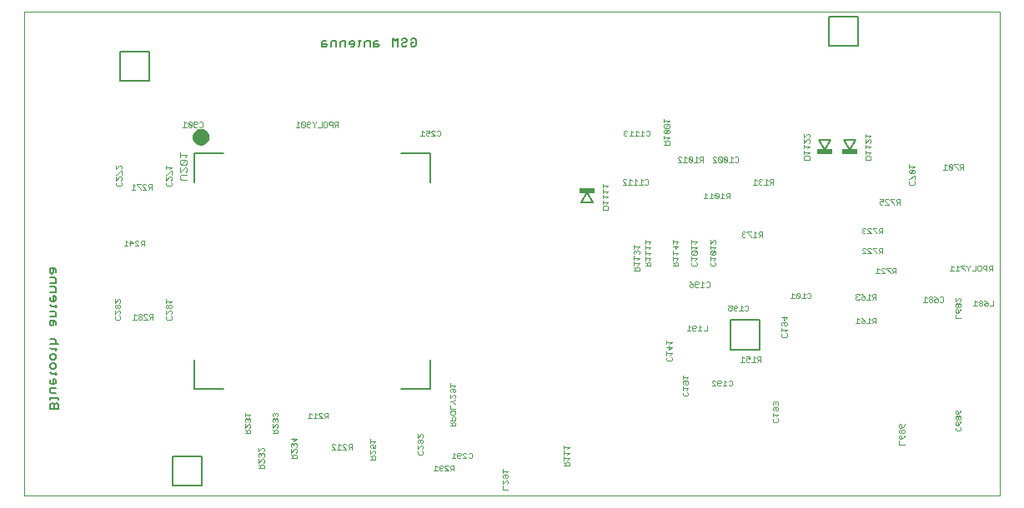
<source format=gbo>
G75*
%MOIN*%
%OFA0B0*%
%FSLAX25Y25*%
%IPPOS*%
%LPD*%
%AMOC8*
5,1,8,0,0,1.08239X$1,22.5*
%
%ADD10C,0.00000*%
%ADD11C,0.00800*%
%ADD12C,0.00200*%
%ADD13R,0.06200X0.02400*%
%ADD14C,0.03200*%
%ADD15C,0.00300*%
%ADD16C,0.00500*%
D10*
X0022595Y0009348D02*
X0412516Y0009348D01*
X0412516Y0203167D01*
X0022595Y0203167D01*
X0022595Y0009348D01*
D11*
X0032995Y0044248D02*
X0032995Y0045849D01*
X0033529Y0046383D01*
X0034063Y0046383D01*
X0034597Y0045849D01*
X0034597Y0044248D01*
X0036198Y0044248D02*
X0032995Y0044248D01*
X0034597Y0045849D02*
X0035130Y0046383D01*
X0035664Y0046383D01*
X0036198Y0045849D01*
X0036198Y0044248D01*
X0036198Y0047931D02*
X0036198Y0048465D01*
X0032995Y0048465D01*
X0032995Y0047931D02*
X0032995Y0048999D01*
X0033529Y0050387D02*
X0032995Y0050920D01*
X0032995Y0052522D01*
X0035130Y0052522D01*
X0034597Y0054070D02*
X0035130Y0054604D01*
X0035130Y0055671D01*
X0034597Y0056205D01*
X0034063Y0056205D01*
X0034063Y0054070D01*
X0033529Y0054070D02*
X0034597Y0054070D01*
X0033529Y0054070D02*
X0032995Y0054604D01*
X0032995Y0055671D01*
X0033529Y0058287D02*
X0032995Y0058820D01*
X0033529Y0058287D02*
X0035664Y0058287D01*
X0035130Y0058820D02*
X0035130Y0057753D01*
X0034597Y0060208D02*
X0033529Y0060208D01*
X0032995Y0060742D01*
X0032995Y0061810D01*
X0033529Y0062343D01*
X0034597Y0062343D01*
X0035130Y0061810D01*
X0035130Y0060742D01*
X0034597Y0060208D01*
X0034597Y0063891D02*
X0033529Y0063891D01*
X0032995Y0064425D01*
X0032995Y0065493D01*
X0033529Y0066027D01*
X0034597Y0066027D01*
X0035130Y0065493D01*
X0035130Y0064425D01*
X0034597Y0063891D01*
X0035130Y0067575D02*
X0035130Y0068642D01*
X0035664Y0068108D02*
X0033529Y0068108D01*
X0032995Y0068642D01*
X0032995Y0070030D02*
X0036198Y0070030D01*
X0035130Y0070564D02*
X0035130Y0071631D01*
X0034597Y0072165D01*
X0032995Y0072165D01*
X0035130Y0070564D02*
X0034597Y0070030D01*
X0033529Y0077396D02*
X0034063Y0077930D01*
X0034063Y0079531D01*
X0034597Y0079531D02*
X0032995Y0079531D01*
X0032995Y0077930D01*
X0033529Y0077396D01*
X0035130Y0077930D02*
X0035130Y0078998D01*
X0034597Y0079531D01*
X0035130Y0081079D02*
X0035130Y0082681D01*
X0034597Y0083215D01*
X0032995Y0083215D01*
X0032995Y0081079D02*
X0035130Y0081079D01*
X0035130Y0084763D02*
X0035130Y0085830D01*
X0035664Y0085296D02*
X0033529Y0085296D01*
X0032995Y0085830D01*
X0033529Y0087218D02*
X0034597Y0087218D01*
X0035130Y0087752D01*
X0035130Y0088819D01*
X0034597Y0089353D01*
X0034063Y0089353D01*
X0034063Y0087218D01*
X0033529Y0087218D02*
X0032995Y0087752D01*
X0032995Y0088819D01*
X0032995Y0090901D02*
X0035130Y0090901D01*
X0035130Y0092503D01*
X0034597Y0093036D01*
X0032995Y0093036D01*
X0032995Y0094584D02*
X0035130Y0094584D01*
X0035130Y0096186D01*
X0034597Y0096719D01*
X0032995Y0096719D01*
X0033529Y0098267D02*
X0034063Y0098801D01*
X0034063Y0100403D01*
X0034597Y0100403D02*
X0032995Y0100403D01*
X0032995Y0098801D01*
X0033529Y0098267D01*
X0035130Y0098801D02*
X0035130Y0099869D01*
X0034597Y0100403D01*
X0090351Y0134781D02*
X0090351Y0146592D01*
X0102162Y0146592D01*
X0173028Y0146592D02*
X0184839Y0146592D01*
X0184839Y0134781D01*
X0245233Y0126880D02*
X0249957Y0126880D01*
X0247595Y0130817D01*
X0245233Y0126880D01*
X0340233Y0151817D02*
X0344957Y0151817D01*
X0342595Y0147880D01*
X0340233Y0151817D01*
X0350233Y0151817D02*
X0352595Y0147880D01*
X0354957Y0151817D01*
X0350233Y0151817D01*
X0184839Y0063915D02*
X0184839Y0052104D01*
X0173028Y0052104D01*
X0102162Y0052104D02*
X0090351Y0052104D01*
X0090351Y0063915D01*
X0035130Y0050387D02*
X0033529Y0050387D01*
X0141456Y0189248D02*
X0143058Y0189248D01*
X0143591Y0189782D01*
X0143058Y0190316D01*
X0141456Y0190316D01*
X0141456Y0190849D02*
X0141456Y0189248D01*
X0141456Y0190849D02*
X0141990Y0191383D01*
X0143058Y0191383D01*
X0145139Y0190849D02*
X0145139Y0189248D01*
X0145139Y0190849D02*
X0145673Y0191383D01*
X0147275Y0191383D01*
X0147275Y0189248D01*
X0148823Y0189248D02*
X0148823Y0190849D01*
X0149356Y0191383D01*
X0150958Y0191383D01*
X0150958Y0189248D01*
X0152506Y0190316D02*
X0154641Y0190316D01*
X0154641Y0190849D02*
X0154641Y0189782D01*
X0154107Y0189248D01*
X0153039Y0189248D01*
X0152506Y0190316D02*
X0152506Y0190849D01*
X0153039Y0191383D01*
X0154107Y0191383D01*
X0154641Y0190849D01*
X0156029Y0191383D02*
X0157096Y0191383D01*
X0156562Y0191917D02*
X0156562Y0189782D01*
X0156029Y0189248D01*
X0158644Y0189248D02*
X0158644Y0190849D01*
X0159178Y0191383D01*
X0160779Y0191383D01*
X0160779Y0189248D01*
X0162327Y0189248D02*
X0163929Y0189248D01*
X0164463Y0189782D01*
X0163929Y0190316D01*
X0162327Y0190316D01*
X0162327Y0190849D02*
X0162327Y0189248D01*
X0162327Y0190849D02*
X0162861Y0191383D01*
X0163929Y0191383D01*
X0169694Y0192451D02*
X0169694Y0189248D01*
X0171829Y0189248D02*
X0171829Y0192451D01*
X0170761Y0191383D01*
X0169694Y0192451D01*
X0173377Y0191917D02*
X0173911Y0192451D01*
X0174978Y0192451D01*
X0175512Y0191917D01*
X0175512Y0191383D01*
X0174978Y0190849D01*
X0173911Y0190849D01*
X0173377Y0190316D01*
X0173377Y0189782D01*
X0173911Y0189248D01*
X0174978Y0189248D01*
X0175512Y0189782D01*
X0177060Y0189782D02*
X0177060Y0190849D01*
X0178128Y0190849D01*
X0179195Y0189782D02*
X0179195Y0191917D01*
X0178661Y0192451D01*
X0177594Y0192451D01*
X0177060Y0191917D01*
X0177060Y0189782D02*
X0177594Y0189248D01*
X0178661Y0189248D01*
X0179195Y0189782D01*
D12*
X0147995Y0159150D02*
X0146894Y0159150D01*
X0146527Y0158783D01*
X0146527Y0158049D01*
X0146894Y0157682D01*
X0147995Y0157682D01*
X0147261Y0157682D02*
X0146527Y0156948D01*
X0145785Y0156948D02*
X0145785Y0159150D01*
X0144684Y0159150D01*
X0144317Y0158783D01*
X0144317Y0158049D01*
X0144684Y0157682D01*
X0145785Y0157682D01*
X0143575Y0157315D02*
X0143208Y0156948D01*
X0142474Y0156948D01*
X0142107Y0157315D01*
X0142107Y0158783D01*
X0142474Y0159150D01*
X0143208Y0159150D01*
X0143575Y0158783D01*
X0143575Y0157315D01*
X0141366Y0156948D02*
X0141366Y0159150D01*
X0141366Y0156948D02*
X0139898Y0156948D01*
X0138422Y0156948D02*
X0138422Y0158049D01*
X0137688Y0158783D01*
X0137688Y0159150D01*
X0136946Y0158783D02*
X0136946Y0158416D01*
X0136579Y0158049D01*
X0135478Y0158049D01*
X0135478Y0158783D02*
X0135845Y0159150D01*
X0136579Y0159150D01*
X0136946Y0158783D01*
X0136946Y0157315D02*
X0136579Y0156948D01*
X0135845Y0156948D01*
X0135478Y0157315D01*
X0135478Y0158783D01*
X0134736Y0158783D02*
X0134369Y0159150D01*
X0133635Y0159150D01*
X0133268Y0158783D01*
X0134736Y0157315D01*
X0134369Y0156948D01*
X0133635Y0156948D01*
X0133268Y0157315D01*
X0133268Y0158783D01*
X0132526Y0158416D02*
X0131792Y0159150D01*
X0131792Y0156948D01*
X0132526Y0156948D02*
X0131058Y0156948D01*
X0134736Y0157315D02*
X0134736Y0158783D01*
X0138422Y0158049D02*
X0139156Y0158783D01*
X0139156Y0159150D01*
X0147995Y0159150D02*
X0147995Y0156948D01*
X0180898Y0153448D02*
X0182366Y0153448D01*
X0181632Y0153448D02*
X0181632Y0155650D01*
X0182366Y0154916D01*
X0183107Y0154549D02*
X0183107Y0153815D01*
X0183474Y0153448D01*
X0184208Y0153448D01*
X0184575Y0153815D01*
X0184575Y0154549D02*
X0183841Y0154916D01*
X0183474Y0154916D01*
X0183107Y0154549D01*
X0183107Y0155650D02*
X0184575Y0155650D01*
X0184575Y0154549D01*
X0185317Y0154916D02*
X0185317Y0155283D01*
X0185684Y0155650D01*
X0186418Y0155650D01*
X0186785Y0155283D01*
X0187527Y0155283D02*
X0187894Y0155650D01*
X0188628Y0155650D01*
X0188995Y0155283D01*
X0188995Y0153815D01*
X0188628Y0153448D01*
X0187894Y0153448D01*
X0187527Y0153815D01*
X0186785Y0153448D02*
X0185317Y0154916D01*
X0185317Y0153448D02*
X0186785Y0153448D01*
X0253695Y0134255D02*
X0253695Y0132788D01*
X0253695Y0133522D02*
X0255897Y0133522D01*
X0255163Y0132788D01*
X0253695Y0132046D02*
X0253695Y0130578D01*
X0253695Y0131312D02*
X0255897Y0131312D01*
X0255163Y0130578D01*
X0253695Y0129836D02*
X0253695Y0128368D01*
X0253695Y0129102D02*
X0255897Y0129102D01*
X0255163Y0128368D01*
X0253695Y0127626D02*
X0253695Y0126158D01*
X0253695Y0126892D02*
X0255897Y0126892D01*
X0255163Y0126158D01*
X0255530Y0125416D02*
X0255897Y0125049D01*
X0255897Y0123948D01*
X0253695Y0123948D01*
X0253695Y0125049D01*
X0254062Y0125416D01*
X0255530Y0125416D01*
X0261688Y0133948D02*
X0263156Y0133948D01*
X0261688Y0135416D01*
X0261688Y0135783D01*
X0262055Y0136150D01*
X0262789Y0136150D01*
X0263156Y0135783D01*
X0264632Y0136150D02*
X0264632Y0133948D01*
X0265366Y0133948D02*
X0263898Y0133948D01*
X0265366Y0135416D02*
X0264632Y0136150D01*
X0266841Y0136150D02*
X0266841Y0133948D01*
X0267575Y0133948D02*
X0266107Y0133948D01*
X0267575Y0135416D02*
X0266841Y0136150D01*
X0269051Y0136150D02*
X0269051Y0133948D01*
X0269785Y0133948D02*
X0268317Y0133948D01*
X0269785Y0135416D02*
X0269051Y0136150D01*
X0270527Y0135783D02*
X0270894Y0136150D01*
X0271628Y0136150D01*
X0271995Y0135783D01*
X0271995Y0134315D01*
X0271628Y0133948D01*
X0270894Y0133948D01*
X0270527Y0134315D01*
X0283688Y0142948D02*
X0285156Y0142948D01*
X0283688Y0144416D01*
X0283688Y0144783D01*
X0284055Y0145150D01*
X0284789Y0145150D01*
X0285156Y0144783D01*
X0286632Y0145150D02*
X0286632Y0142948D01*
X0287366Y0142948D02*
X0285898Y0142948D01*
X0287366Y0144416D02*
X0286632Y0145150D01*
X0288107Y0144783D02*
X0289575Y0143315D01*
X0289208Y0142948D01*
X0288474Y0142948D01*
X0288107Y0143315D01*
X0288107Y0144783D01*
X0288474Y0145150D01*
X0289208Y0145150D01*
X0289575Y0144783D01*
X0289575Y0143315D01*
X0290317Y0142948D02*
X0291785Y0142948D01*
X0291051Y0142948D02*
X0291051Y0145150D01*
X0291785Y0144416D01*
X0292527Y0144783D02*
X0292527Y0144049D01*
X0292894Y0143682D01*
X0293995Y0143682D01*
X0293261Y0143682D02*
X0292527Y0142948D01*
X0293995Y0142948D02*
X0293995Y0145150D01*
X0292894Y0145150D01*
X0292527Y0144783D01*
X0297688Y0144783D02*
X0298055Y0145150D01*
X0298789Y0145150D01*
X0299156Y0144783D01*
X0299898Y0144783D02*
X0301366Y0143315D01*
X0300999Y0142948D01*
X0300265Y0142948D01*
X0299898Y0143315D01*
X0299898Y0144783D01*
X0300265Y0145150D01*
X0300999Y0145150D01*
X0301366Y0144783D01*
X0301366Y0143315D01*
X0302107Y0143315D02*
X0302474Y0142948D01*
X0303208Y0142948D01*
X0303575Y0143315D01*
X0302107Y0144783D01*
X0302107Y0143315D01*
X0302107Y0144783D02*
X0302474Y0145150D01*
X0303208Y0145150D01*
X0303575Y0144783D01*
X0303575Y0143315D01*
X0304317Y0142948D02*
X0305785Y0142948D01*
X0305051Y0142948D02*
X0305051Y0145150D01*
X0305785Y0144416D01*
X0306527Y0144783D02*
X0306894Y0145150D01*
X0307628Y0145150D01*
X0307995Y0144783D01*
X0307995Y0143315D01*
X0307628Y0142948D01*
X0306894Y0142948D01*
X0306527Y0143315D01*
X0299156Y0142948D02*
X0297688Y0144416D01*
X0297688Y0144783D01*
X0297688Y0142948D02*
X0299156Y0142948D01*
X0313898Y0133948D02*
X0315366Y0133948D01*
X0314632Y0133948D02*
X0314632Y0136150D01*
X0315366Y0135416D01*
X0316107Y0135416D02*
X0316474Y0135049D01*
X0316107Y0134682D01*
X0316107Y0134315D01*
X0316474Y0133948D01*
X0317208Y0133948D01*
X0317575Y0134315D01*
X0318317Y0133948D02*
X0319785Y0133948D01*
X0319051Y0133948D02*
X0319051Y0136150D01*
X0319785Y0135416D01*
X0320527Y0135783D02*
X0320527Y0135049D01*
X0320894Y0134682D01*
X0321995Y0134682D01*
X0321261Y0134682D02*
X0320527Y0133948D01*
X0321995Y0133948D02*
X0321995Y0136150D01*
X0320894Y0136150D01*
X0320527Y0135783D01*
X0317575Y0135783D02*
X0317208Y0136150D01*
X0316474Y0136150D01*
X0316107Y0135783D01*
X0316107Y0135416D01*
X0316474Y0135049D02*
X0316841Y0135049D01*
X0304495Y0130650D02*
X0304495Y0128448D01*
X0304495Y0129182D02*
X0303394Y0129182D01*
X0303027Y0129549D01*
X0303027Y0130283D01*
X0303394Y0130650D01*
X0304495Y0130650D01*
X0303761Y0129182D02*
X0303027Y0128448D01*
X0302285Y0128448D02*
X0300817Y0128448D01*
X0301551Y0128448D02*
X0301551Y0130650D01*
X0302285Y0129916D01*
X0300075Y0130283D02*
X0300075Y0128815D01*
X0298607Y0130283D01*
X0298607Y0128815D01*
X0298974Y0128448D01*
X0299708Y0128448D01*
X0300075Y0128815D01*
X0300075Y0130283D02*
X0299708Y0130650D01*
X0298974Y0130650D01*
X0298607Y0130283D01*
X0297866Y0129916D02*
X0297132Y0130650D01*
X0297132Y0128448D01*
X0297866Y0128448D02*
X0296398Y0128448D01*
X0295656Y0128448D02*
X0294188Y0128448D01*
X0294922Y0128448D02*
X0294922Y0130650D01*
X0295656Y0129916D01*
X0309765Y0115150D02*
X0309398Y0114783D01*
X0309398Y0114416D01*
X0309765Y0114049D01*
X0309398Y0113682D01*
X0309398Y0113315D01*
X0309765Y0112948D01*
X0310499Y0112948D01*
X0310866Y0113315D01*
X0310132Y0114049D02*
X0309765Y0114049D01*
X0309765Y0115150D02*
X0310499Y0115150D01*
X0310866Y0114783D01*
X0311607Y0114783D02*
X0313075Y0113315D01*
X0313075Y0112948D01*
X0313817Y0112948D02*
X0315285Y0112948D01*
X0314551Y0112948D02*
X0314551Y0115150D01*
X0315285Y0114416D01*
X0316027Y0114783D02*
X0316027Y0114049D01*
X0316394Y0113682D01*
X0317495Y0113682D01*
X0316761Y0113682D02*
X0316027Y0112948D01*
X0317495Y0112948D02*
X0317495Y0115150D01*
X0316394Y0115150D01*
X0316027Y0114783D01*
X0313075Y0115150D02*
X0311607Y0115150D01*
X0311607Y0114783D01*
X0298897Y0111388D02*
X0298897Y0110655D01*
X0298530Y0110288D01*
X0298897Y0111388D02*
X0298530Y0111755D01*
X0298163Y0111755D01*
X0296695Y0110288D01*
X0296695Y0111755D01*
X0296695Y0109546D02*
X0296695Y0108078D01*
X0296695Y0108812D02*
X0298897Y0108812D01*
X0298163Y0108078D01*
X0298530Y0107336D02*
X0297062Y0105868D01*
X0296695Y0106235D01*
X0296695Y0106969D01*
X0297062Y0107336D01*
X0298530Y0107336D01*
X0298897Y0106969D01*
X0298897Y0106235D01*
X0298530Y0105868D01*
X0297062Y0105868D01*
X0296695Y0105126D02*
X0296695Y0103658D01*
X0296695Y0104392D02*
X0298897Y0104392D01*
X0298163Y0103658D01*
X0298530Y0102916D02*
X0298897Y0102549D01*
X0298897Y0101815D01*
X0298530Y0101448D01*
X0297062Y0101448D01*
X0296695Y0101815D01*
X0296695Y0102549D01*
X0297062Y0102916D01*
X0291397Y0102549D02*
X0291397Y0101815D01*
X0291030Y0101448D01*
X0289562Y0101448D01*
X0289195Y0101815D01*
X0289195Y0102549D01*
X0289562Y0102916D01*
X0289195Y0103658D02*
X0289195Y0105126D01*
X0289195Y0104392D02*
X0291397Y0104392D01*
X0290663Y0103658D01*
X0291030Y0102916D02*
X0291397Y0102549D01*
X0291030Y0105868D02*
X0291397Y0106235D01*
X0291397Y0106969D01*
X0291030Y0107336D01*
X0289562Y0105868D01*
X0289195Y0106235D01*
X0289195Y0106969D01*
X0289562Y0107336D01*
X0291030Y0107336D01*
X0290663Y0108078D02*
X0291397Y0108812D01*
X0289195Y0108812D01*
X0289195Y0108078D02*
X0289195Y0109546D01*
X0289195Y0110288D02*
X0289195Y0111755D01*
X0289195Y0111022D02*
X0291397Y0111022D01*
X0290663Y0110288D01*
X0283897Y0111022D02*
X0281695Y0111022D01*
X0281695Y0111755D02*
X0281695Y0110288D01*
X0281695Y0109179D02*
X0283897Y0109179D01*
X0282796Y0108078D01*
X0282796Y0109546D01*
X0283163Y0110288D02*
X0283897Y0111022D01*
X0281695Y0107336D02*
X0281695Y0105868D01*
X0281695Y0106602D02*
X0283897Y0106602D01*
X0283163Y0105868D01*
X0281695Y0105126D02*
X0281695Y0103658D01*
X0281695Y0104392D02*
X0283897Y0104392D01*
X0283163Y0103658D01*
X0282796Y0102916D02*
X0282429Y0102549D01*
X0282429Y0101448D01*
X0281695Y0101448D02*
X0283897Y0101448D01*
X0283897Y0102549D01*
X0283530Y0102916D01*
X0282796Y0102916D01*
X0282429Y0102182D02*
X0281695Y0102916D01*
X0289562Y0105868D02*
X0291030Y0105868D01*
X0272897Y0106602D02*
X0270695Y0106602D01*
X0270695Y0105868D02*
X0270695Y0107336D01*
X0270695Y0108078D02*
X0270695Y0109546D01*
X0270695Y0108812D02*
X0272897Y0108812D01*
X0272163Y0108078D01*
X0272897Y0106602D02*
X0272163Y0105868D01*
X0270695Y0105126D02*
X0270695Y0103658D01*
X0270695Y0104392D02*
X0272897Y0104392D01*
X0272163Y0103658D01*
X0271796Y0102916D02*
X0271429Y0102549D01*
X0271429Y0101448D01*
X0270695Y0101448D02*
X0272897Y0101448D01*
X0272897Y0102549D01*
X0272530Y0102916D01*
X0271796Y0102916D01*
X0271429Y0102182D02*
X0270695Y0102916D01*
X0268397Y0102392D02*
X0267663Y0101658D01*
X0267296Y0100916D02*
X0266929Y0100549D01*
X0266929Y0099448D01*
X0266195Y0099448D02*
X0268397Y0099448D01*
X0268397Y0100549D01*
X0268030Y0100916D01*
X0267296Y0100916D01*
X0266929Y0100182D02*
X0266195Y0100916D01*
X0266195Y0101658D02*
X0266195Y0103126D01*
X0266195Y0102392D02*
X0268397Y0102392D01*
X0267663Y0103868D02*
X0268397Y0104602D01*
X0266195Y0104602D01*
X0266195Y0103868D02*
X0266195Y0105336D01*
X0266562Y0106078D02*
X0266195Y0106445D01*
X0266195Y0107179D01*
X0266562Y0107546D01*
X0266929Y0107546D01*
X0267296Y0107179D01*
X0267296Y0106812D01*
X0267296Y0107179D02*
X0267663Y0107546D01*
X0268030Y0107546D01*
X0268397Y0107179D01*
X0268397Y0106445D01*
X0268030Y0106078D01*
X0267663Y0108288D02*
X0268397Y0109022D01*
X0266195Y0109022D01*
X0266195Y0109755D02*
X0266195Y0108288D01*
X0270695Y0110288D02*
X0270695Y0111755D01*
X0270695Y0111022D02*
X0272897Y0111022D01*
X0272163Y0110288D01*
X0288398Y0095150D02*
X0289132Y0094783D01*
X0289866Y0094049D01*
X0288765Y0094049D01*
X0288398Y0093682D01*
X0288398Y0093315D01*
X0288765Y0092948D01*
X0289499Y0092948D01*
X0289866Y0093315D01*
X0289866Y0094049D01*
X0290607Y0094049D02*
X0291708Y0094049D01*
X0292075Y0094416D01*
X0292075Y0094783D01*
X0291708Y0095150D01*
X0290974Y0095150D01*
X0290607Y0094783D01*
X0290607Y0093315D01*
X0290974Y0092948D01*
X0291708Y0092948D01*
X0292075Y0093315D01*
X0292817Y0092948D02*
X0294285Y0092948D01*
X0293551Y0092948D02*
X0293551Y0095150D01*
X0294285Y0094416D01*
X0295027Y0094783D02*
X0295394Y0095150D01*
X0296128Y0095150D01*
X0296495Y0094783D01*
X0296495Y0093315D01*
X0296128Y0092948D01*
X0295394Y0092948D01*
X0295027Y0093315D01*
X0303898Y0085650D02*
X0305366Y0085650D01*
X0305366Y0084549D01*
X0304632Y0084916D01*
X0304265Y0084916D01*
X0303898Y0084549D01*
X0303898Y0083815D01*
X0304265Y0083448D01*
X0304999Y0083448D01*
X0305366Y0083815D01*
X0306107Y0083815D02*
X0306107Y0085283D01*
X0306474Y0085650D01*
X0307208Y0085650D01*
X0307575Y0085283D01*
X0307575Y0084916D01*
X0307208Y0084549D01*
X0306107Y0084549D01*
X0306107Y0083815D02*
X0306474Y0083448D01*
X0307208Y0083448D01*
X0307575Y0083815D01*
X0308317Y0083448D02*
X0309785Y0083448D01*
X0309051Y0083448D02*
X0309051Y0085650D01*
X0309785Y0084916D01*
X0310527Y0085283D02*
X0310894Y0085650D01*
X0311628Y0085650D01*
X0311995Y0085283D01*
X0311995Y0083815D01*
X0311628Y0083448D01*
X0310894Y0083448D01*
X0310527Y0083815D01*
X0325195Y0080679D02*
X0327397Y0080679D01*
X0326296Y0079578D01*
X0326296Y0081046D01*
X0326296Y0078836D02*
X0326296Y0077735D01*
X0326663Y0077368D01*
X0327030Y0077368D01*
X0327397Y0077735D01*
X0327397Y0078469D01*
X0327030Y0078836D01*
X0325562Y0078836D01*
X0325195Y0078469D01*
X0325195Y0077735D01*
X0325562Y0077368D01*
X0325195Y0076626D02*
X0325195Y0075158D01*
X0325195Y0075892D02*
X0327397Y0075892D01*
X0326663Y0075158D01*
X0327030Y0074416D02*
X0327397Y0074049D01*
X0327397Y0073315D01*
X0327030Y0072948D01*
X0325562Y0072948D01*
X0325195Y0073315D01*
X0325195Y0074049D01*
X0325562Y0074416D01*
X0316995Y0065150D02*
X0315894Y0065150D01*
X0315527Y0064783D01*
X0315527Y0064049D01*
X0315894Y0063682D01*
X0316995Y0063682D01*
X0316261Y0063682D02*
X0315527Y0062948D01*
X0314785Y0062948D02*
X0313317Y0062948D01*
X0314051Y0062948D02*
X0314051Y0065150D01*
X0314785Y0064416D01*
X0312575Y0064049D02*
X0311841Y0064416D01*
X0311474Y0064416D01*
X0311107Y0064049D01*
X0311107Y0063315D01*
X0311474Y0062948D01*
X0312208Y0062948D01*
X0312575Y0063315D01*
X0312575Y0064049D02*
X0312575Y0065150D01*
X0311107Y0065150D01*
X0310366Y0064416D02*
X0309632Y0065150D01*
X0309632Y0062948D01*
X0310366Y0062948D02*
X0308898Y0062948D01*
X0316995Y0062948D02*
X0316995Y0065150D01*
X0305495Y0055283D02*
X0305128Y0055650D01*
X0304394Y0055650D01*
X0304027Y0055283D01*
X0303285Y0054916D02*
X0302551Y0055650D01*
X0302551Y0053448D01*
X0303285Y0053448D02*
X0301817Y0053448D01*
X0301075Y0053815D02*
X0300708Y0053448D01*
X0299974Y0053448D01*
X0299607Y0053815D01*
X0299607Y0055283D01*
X0299974Y0055650D01*
X0300708Y0055650D01*
X0301075Y0055283D01*
X0301075Y0054916D01*
X0300708Y0054549D01*
X0299607Y0054549D01*
X0298866Y0055283D02*
X0298499Y0055650D01*
X0297765Y0055650D01*
X0297398Y0055283D01*
X0297398Y0054916D01*
X0298866Y0053448D01*
X0297398Y0053448D01*
X0304027Y0053815D02*
X0304394Y0053448D01*
X0305128Y0053448D01*
X0305495Y0053815D01*
X0305495Y0055283D01*
X0287897Y0054969D02*
X0287897Y0054235D01*
X0287530Y0053868D01*
X0287163Y0053868D01*
X0286796Y0054235D01*
X0286796Y0055336D01*
X0286062Y0055336D02*
X0287530Y0055336D01*
X0287897Y0054969D01*
X0287163Y0056078D02*
X0287897Y0056812D01*
X0285695Y0056812D01*
X0285695Y0056078D02*
X0285695Y0057546D01*
X0286062Y0055336D02*
X0285695Y0054969D01*
X0285695Y0054235D01*
X0286062Y0053868D01*
X0285695Y0053126D02*
X0285695Y0051658D01*
X0285695Y0052392D02*
X0287897Y0052392D01*
X0287163Y0051658D01*
X0287530Y0050916D02*
X0287897Y0050549D01*
X0287897Y0049815D01*
X0287530Y0049448D01*
X0286062Y0049448D01*
X0285695Y0049815D01*
X0285695Y0050549D01*
X0286062Y0050916D01*
X0281030Y0063448D02*
X0279562Y0063448D01*
X0279195Y0063815D01*
X0279195Y0064549D01*
X0279562Y0064916D01*
X0279195Y0065658D02*
X0279195Y0067126D01*
X0279195Y0066392D02*
X0281397Y0066392D01*
X0280663Y0065658D01*
X0281030Y0064916D02*
X0281397Y0064549D01*
X0281397Y0063815D01*
X0281030Y0063448D01*
X0280296Y0067868D02*
X0280296Y0069336D01*
X0280663Y0070078D02*
X0281397Y0070812D01*
X0279195Y0070812D01*
X0279195Y0070078D02*
X0279195Y0071546D01*
X0279195Y0068969D02*
X0281397Y0068969D01*
X0280296Y0067868D01*
X0287398Y0075448D02*
X0288866Y0075448D01*
X0288132Y0075448D02*
X0288132Y0077650D01*
X0288866Y0076916D01*
X0289607Y0077283D02*
X0289607Y0075815D01*
X0289974Y0075448D01*
X0290708Y0075448D01*
X0291075Y0075815D01*
X0290708Y0076549D02*
X0289607Y0076549D01*
X0289607Y0077283D02*
X0289974Y0077650D01*
X0290708Y0077650D01*
X0291075Y0077283D01*
X0291075Y0076916D01*
X0290708Y0076549D01*
X0291817Y0075448D02*
X0293285Y0075448D01*
X0292551Y0075448D02*
X0292551Y0077650D01*
X0293285Y0076916D01*
X0294027Y0075448D02*
X0295495Y0075448D01*
X0295495Y0077650D01*
X0328898Y0088448D02*
X0330366Y0088448D01*
X0329632Y0088448D02*
X0329632Y0090650D01*
X0330366Y0089916D01*
X0331107Y0090283D02*
X0332575Y0088815D01*
X0332208Y0088448D01*
X0331474Y0088448D01*
X0331107Y0088815D01*
X0331107Y0090283D01*
X0331474Y0090650D01*
X0332208Y0090650D01*
X0332575Y0090283D01*
X0332575Y0088815D01*
X0333317Y0088448D02*
X0334785Y0088448D01*
X0334051Y0088448D02*
X0334051Y0090650D01*
X0334785Y0089916D01*
X0335527Y0090283D02*
X0335894Y0090650D01*
X0336628Y0090650D01*
X0336995Y0090283D01*
X0336995Y0088815D01*
X0336628Y0088448D01*
X0335894Y0088448D01*
X0335527Y0088815D01*
X0354898Y0088682D02*
X0354898Y0088315D01*
X0355265Y0087948D01*
X0355999Y0087948D01*
X0356366Y0088315D01*
X0357107Y0088315D02*
X0357107Y0088682D01*
X0357474Y0089049D01*
X0358575Y0089049D01*
X0358575Y0088315D01*
X0358208Y0087948D01*
X0357474Y0087948D01*
X0357107Y0088315D01*
X0357841Y0089783D02*
X0358575Y0089049D01*
X0357841Y0089783D02*
X0357107Y0090150D01*
X0356366Y0089783D02*
X0355999Y0090150D01*
X0355265Y0090150D01*
X0354898Y0089783D01*
X0354898Y0089416D01*
X0355265Y0089049D01*
X0354898Y0088682D01*
X0355265Y0089049D02*
X0355632Y0089049D01*
X0359317Y0087948D02*
X0360785Y0087948D01*
X0360051Y0087948D02*
X0360051Y0090150D01*
X0360785Y0089416D01*
X0361527Y0089783D02*
X0361527Y0089049D01*
X0361894Y0088682D01*
X0362995Y0088682D01*
X0362261Y0088682D02*
X0361527Y0087948D01*
X0362995Y0087948D02*
X0362995Y0090150D01*
X0361894Y0090150D01*
X0361527Y0089783D01*
X0362898Y0098448D02*
X0364366Y0098448D01*
X0363632Y0098448D02*
X0363632Y0100650D01*
X0364366Y0099916D01*
X0365107Y0099916D02*
X0365107Y0100283D01*
X0365474Y0100650D01*
X0366208Y0100650D01*
X0366575Y0100283D01*
X0367317Y0100283D02*
X0368785Y0098815D01*
X0368785Y0098448D01*
X0369527Y0098448D02*
X0370261Y0099182D01*
X0369894Y0099182D02*
X0370995Y0099182D01*
X0370995Y0098448D02*
X0370995Y0100650D01*
X0369894Y0100650D01*
X0369527Y0100283D01*
X0369527Y0099549D01*
X0369894Y0099182D01*
X0368785Y0100650D02*
X0367317Y0100650D01*
X0367317Y0100283D01*
X0366575Y0098448D02*
X0365107Y0099916D01*
X0365107Y0098448D02*
X0366575Y0098448D01*
X0365495Y0106448D02*
X0365495Y0108650D01*
X0364394Y0108650D01*
X0364027Y0108283D01*
X0364027Y0107549D01*
X0364394Y0107182D01*
X0365495Y0107182D01*
X0364761Y0107182D02*
X0364027Y0106448D01*
X0363285Y0106448D02*
X0363285Y0106815D01*
X0361817Y0108283D01*
X0361817Y0108650D01*
X0363285Y0108650D01*
X0361075Y0108283D02*
X0360708Y0108650D01*
X0359974Y0108650D01*
X0359607Y0108283D01*
X0359607Y0107916D01*
X0361075Y0106448D01*
X0359607Y0106448D01*
X0358866Y0106448D02*
X0357398Y0107916D01*
X0357398Y0108283D01*
X0357765Y0108650D01*
X0358499Y0108650D01*
X0358866Y0108283D01*
X0358866Y0106448D02*
X0357398Y0106448D01*
X0357765Y0114448D02*
X0358499Y0114448D01*
X0358866Y0114815D01*
X0359607Y0114448D02*
X0361075Y0114448D01*
X0359607Y0115916D01*
X0359607Y0116283D01*
X0359974Y0116650D01*
X0360708Y0116650D01*
X0361075Y0116283D01*
X0361817Y0116283D02*
X0363285Y0114815D01*
X0363285Y0114448D01*
X0364027Y0114448D02*
X0364761Y0115182D01*
X0364394Y0115182D02*
X0365495Y0115182D01*
X0365495Y0114448D02*
X0365495Y0116650D01*
X0364394Y0116650D01*
X0364027Y0116283D01*
X0364027Y0115549D01*
X0364394Y0115182D01*
X0363285Y0116650D02*
X0361817Y0116650D01*
X0361817Y0116283D01*
X0358866Y0116283D02*
X0358499Y0116650D01*
X0357765Y0116650D01*
X0357398Y0116283D01*
X0357398Y0115916D01*
X0357765Y0115549D01*
X0357398Y0115182D01*
X0357398Y0114815D01*
X0357765Y0114448D01*
X0357765Y0115549D02*
X0358132Y0115549D01*
X0364765Y0125948D02*
X0365499Y0125948D01*
X0365866Y0126315D01*
X0365866Y0127049D02*
X0365132Y0127416D01*
X0364765Y0127416D01*
X0364398Y0127049D01*
X0364398Y0126315D01*
X0364765Y0125948D01*
X0365866Y0127049D02*
X0365866Y0128150D01*
X0364398Y0128150D01*
X0366607Y0127783D02*
X0366974Y0128150D01*
X0367708Y0128150D01*
X0368075Y0127783D01*
X0368817Y0127783D02*
X0370285Y0126315D01*
X0370285Y0125948D01*
X0371027Y0125948D02*
X0371761Y0126682D01*
X0371394Y0126682D02*
X0372495Y0126682D01*
X0372495Y0125948D02*
X0372495Y0128150D01*
X0371394Y0128150D01*
X0371027Y0127783D01*
X0371027Y0127049D01*
X0371394Y0126682D01*
X0370285Y0128150D02*
X0368817Y0128150D01*
X0368817Y0127783D01*
X0368075Y0125948D02*
X0366607Y0125948D01*
X0366607Y0127416D02*
X0366607Y0127783D01*
X0366607Y0127416D02*
X0368075Y0125948D01*
X0376195Y0134315D02*
X0376195Y0135049D01*
X0376562Y0135416D01*
X0376562Y0136158D02*
X0376195Y0136158D01*
X0376562Y0136158D02*
X0378030Y0137626D01*
X0378397Y0137626D01*
X0378397Y0136158D01*
X0378030Y0135416D02*
X0378397Y0135049D01*
X0378397Y0134315D01*
X0378030Y0133948D01*
X0376562Y0133948D01*
X0376195Y0134315D01*
X0376562Y0138368D02*
X0378030Y0139836D01*
X0376562Y0139836D01*
X0376195Y0139469D01*
X0376195Y0138735D01*
X0376562Y0138368D01*
X0378030Y0138368D01*
X0378397Y0138735D01*
X0378397Y0139469D01*
X0378030Y0139836D01*
X0377663Y0140578D02*
X0378397Y0141312D01*
X0376195Y0141312D01*
X0376195Y0140578D02*
X0376195Y0142046D01*
X0360897Y0143948D02*
X0360897Y0145049D01*
X0360530Y0145416D01*
X0359062Y0145416D01*
X0358695Y0145049D01*
X0358695Y0143948D01*
X0360897Y0143948D01*
X0360163Y0146158D02*
X0360897Y0146892D01*
X0358695Y0146892D01*
X0358695Y0146158D02*
X0358695Y0147626D01*
X0358695Y0148368D02*
X0358695Y0149836D01*
X0358695Y0149102D02*
X0360897Y0149102D01*
X0360163Y0148368D01*
X0360530Y0150578D02*
X0360897Y0150945D01*
X0360897Y0151679D01*
X0360530Y0152046D01*
X0360163Y0152046D01*
X0358695Y0150578D01*
X0358695Y0152046D01*
X0358695Y0152788D02*
X0358695Y0154255D01*
X0358695Y0153522D02*
X0360897Y0153522D01*
X0360163Y0152788D01*
X0336397Y0153155D02*
X0336030Y0152788D01*
X0336397Y0153155D02*
X0336397Y0153888D01*
X0336030Y0154255D01*
X0335663Y0154255D01*
X0334195Y0152788D01*
X0334195Y0154255D01*
X0334195Y0152046D02*
X0334195Y0150578D01*
X0335663Y0152046D01*
X0336030Y0152046D01*
X0336397Y0151679D01*
X0336397Y0150945D01*
X0336030Y0150578D01*
X0336397Y0149102D02*
X0334195Y0149102D01*
X0334195Y0148368D02*
X0334195Y0149836D01*
X0335663Y0148368D02*
X0336397Y0149102D01*
X0336397Y0146892D02*
X0334195Y0146892D01*
X0334195Y0146158D02*
X0334195Y0147626D01*
X0335663Y0146158D02*
X0336397Y0146892D01*
X0336030Y0145416D02*
X0336397Y0145049D01*
X0336397Y0143948D01*
X0334195Y0143948D01*
X0334195Y0145049D01*
X0334562Y0145416D01*
X0336030Y0145416D01*
X0280397Y0149948D02*
X0280397Y0151049D01*
X0280030Y0151416D01*
X0279296Y0151416D01*
X0278929Y0151049D01*
X0278929Y0149948D01*
X0278195Y0149948D02*
X0280397Y0149948D01*
X0278929Y0150682D02*
X0278195Y0151416D01*
X0278195Y0152158D02*
X0278195Y0153626D01*
X0278195Y0152892D02*
X0280397Y0152892D01*
X0279663Y0152158D01*
X0280030Y0154368D02*
X0278562Y0154368D01*
X0280030Y0155836D01*
X0278562Y0155836D01*
X0278195Y0155469D01*
X0278195Y0154735D01*
X0278562Y0154368D01*
X0280030Y0154368D02*
X0280397Y0154735D01*
X0280397Y0155469D01*
X0280030Y0155836D01*
X0280030Y0156578D02*
X0280397Y0156945D01*
X0280397Y0157679D01*
X0280030Y0158046D01*
X0278562Y0156578D01*
X0278195Y0156945D01*
X0278195Y0157679D01*
X0278562Y0158046D01*
X0280030Y0158046D01*
X0279663Y0158788D02*
X0280397Y0159522D01*
X0278195Y0159522D01*
X0278195Y0160255D02*
X0278195Y0158788D01*
X0278562Y0156578D02*
X0280030Y0156578D01*
X0272495Y0155283D02*
X0272495Y0153815D01*
X0272128Y0153448D01*
X0271394Y0153448D01*
X0271027Y0153815D01*
X0270285Y0153448D02*
X0268817Y0153448D01*
X0269551Y0153448D02*
X0269551Y0155650D01*
X0270285Y0154916D01*
X0271027Y0155283D02*
X0271394Y0155650D01*
X0272128Y0155650D01*
X0272495Y0155283D01*
X0268075Y0154916D02*
X0267341Y0155650D01*
X0267341Y0153448D01*
X0268075Y0153448D02*
X0266607Y0153448D01*
X0265866Y0153448D02*
X0264398Y0153448D01*
X0265132Y0153448D02*
X0265132Y0155650D01*
X0265866Y0154916D01*
X0263656Y0155283D02*
X0263289Y0155650D01*
X0262555Y0155650D01*
X0262188Y0155283D01*
X0262188Y0154916D01*
X0262555Y0154549D01*
X0262188Y0154182D01*
X0262188Y0153815D01*
X0262555Y0153448D01*
X0263289Y0153448D01*
X0263656Y0153815D01*
X0262922Y0154549D02*
X0262555Y0154549D01*
X0389898Y0139948D02*
X0391366Y0139948D01*
X0390632Y0139948D02*
X0390632Y0142150D01*
X0391366Y0141416D01*
X0392107Y0141783D02*
X0393575Y0140315D01*
X0393208Y0139948D01*
X0392474Y0139948D01*
X0392107Y0140315D01*
X0392107Y0141783D01*
X0392474Y0142150D01*
X0393208Y0142150D01*
X0393575Y0141783D01*
X0393575Y0140315D01*
X0394317Y0141783D02*
X0395785Y0140315D01*
X0395785Y0139948D01*
X0396527Y0139948D02*
X0397261Y0140682D01*
X0396894Y0140682D02*
X0397995Y0140682D01*
X0397995Y0139948D02*
X0397995Y0142150D01*
X0396894Y0142150D01*
X0396527Y0141783D01*
X0396527Y0141049D01*
X0396894Y0140682D01*
X0395785Y0142150D02*
X0394317Y0142150D01*
X0394317Y0141783D01*
X0393292Y0101650D02*
X0393292Y0099448D01*
X0394026Y0099448D02*
X0392558Y0099448D01*
X0394026Y0100916D02*
X0393292Y0101650D01*
X0395502Y0101650D02*
X0395502Y0099448D01*
X0396236Y0099448D02*
X0394768Y0099448D01*
X0396236Y0100916D02*
X0395502Y0101650D01*
X0396978Y0101650D02*
X0396978Y0101283D01*
X0398446Y0099815D01*
X0398446Y0099448D01*
X0399922Y0099448D02*
X0399922Y0100549D01*
X0399188Y0101283D01*
X0399188Y0101650D01*
X0398446Y0101650D02*
X0396978Y0101650D01*
X0399922Y0100549D02*
X0400656Y0101283D01*
X0400656Y0101650D01*
X0402866Y0101650D02*
X0402866Y0099448D01*
X0401398Y0099448D01*
X0403607Y0099815D02*
X0403607Y0101283D01*
X0403974Y0101650D01*
X0404708Y0101650D01*
X0405075Y0101283D01*
X0405075Y0099815D01*
X0404708Y0099448D01*
X0403974Y0099448D01*
X0403607Y0099815D01*
X0405817Y0100549D02*
X0406184Y0100182D01*
X0407285Y0100182D01*
X0407285Y0099448D02*
X0407285Y0101650D01*
X0406184Y0101650D01*
X0405817Y0101283D01*
X0405817Y0100549D01*
X0408027Y0100549D02*
X0408394Y0100182D01*
X0409495Y0100182D01*
X0408761Y0100182D02*
X0408027Y0099448D01*
X0408027Y0100549D02*
X0408027Y0101283D01*
X0408394Y0101650D01*
X0409495Y0101650D01*
X0409495Y0099448D01*
X0396897Y0088179D02*
X0396530Y0088546D01*
X0396163Y0088546D01*
X0394695Y0087078D01*
X0394695Y0088546D01*
X0396897Y0088179D02*
X0396897Y0087445D01*
X0396530Y0087078D01*
X0396530Y0086336D02*
X0396163Y0086336D01*
X0395796Y0085969D01*
X0395796Y0085235D01*
X0396163Y0084868D01*
X0396530Y0084868D01*
X0396897Y0085235D01*
X0396897Y0085969D01*
X0396530Y0086336D01*
X0395796Y0085969D02*
X0395429Y0086336D01*
X0395062Y0086336D01*
X0394695Y0085969D01*
X0394695Y0085235D01*
X0395062Y0084868D01*
X0395429Y0084868D01*
X0395796Y0085235D01*
X0395429Y0084126D02*
X0395796Y0083759D01*
X0395796Y0082658D01*
X0395062Y0082658D01*
X0394695Y0083025D01*
X0394695Y0083759D01*
X0395062Y0084126D01*
X0395429Y0084126D01*
X0396530Y0083392D02*
X0396897Y0084126D01*
X0396530Y0083392D02*
X0395796Y0082658D01*
X0394695Y0081916D02*
X0394695Y0080448D01*
X0396897Y0080448D01*
X0401898Y0085448D02*
X0403366Y0085448D01*
X0402632Y0085448D02*
X0402632Y0087650D01*
X0403366Y0086916D01*
X0404107Y0086916D02*
X0404474Y0086549D01*
X0405208Y0086549D01*
X0405575Y0086916D01*
X0405575Y0087283D01*
X0405208Y0087650D01*
X0404474Y0087650D01*
X0404107Y0087283D01*
X0404107Y0086916D01*
X0404474Y0086549D02*
X0404107Y0086182D01*
X0404107Y0085815D01*
X0404474Y0085448D01*
X0405208Y0085448D01*
X0405575Y0085815D01*
X0405575Y0086182D01*
X0405208Y0086549D01*
X0406317Y0086182D02*
X0406684Y0086549D01*
X0407785Y0086549D01*
X0407785Y0085815D01*
X0407418Y0085448D01*
X0406684Y0085448D01*
X0406317Y0085815D01*
X0406317Y0086182D01*
X0407051Y0087283D02*
X0407785Y0086549D01*
X0407051Y0087283D02*
X0406317Y0087650D01*
X0408527Y0085448D02*
X0409995Y0085448D01*
X0409995Y0087650D01*
X0389995Y0087315D02*
X0389628Y0086948D01*
X0388894Y0086948D01*
X0388527Y0087315D01*
X0387785Y0087315D02*
X0387418Y0086948D01*
X0386684Y0086948D01*
X0386317Y0087315D01*
X0386317Y0087682D01*
X0386684Y0088049D01*
X0387785Y0088049D01*
X0387785Y0087315D01*
X0387785Y0088049D02*
X0387051Y0088783D01*
X0386317Y0089150D01*
X0385575Y0088783D02*
X0385575Y0088416D01*
X0385208Y0088049D01*
X0384474Y0088049D01*
X0384107Y0087682D01*
X0384107Y0087315D01*
X0384474Y0086948D01*
X0385208Y0086948D01*
X0385575Y0087315D01*
X0385575Y0087682D01*
X0385208Y0088049D01*
X0384474Y0088049D02*
X0384107Y0088416D01*
X0384107Y0088783D01*
X0384474Y0089150D01*
X0385208Y0089150D01*
X0385575Y0088783D01*
X0383366Y0088416D02*
X0382632Y0089150D01*
X0382632Y0086948D01*
X0383366Y0086948D02*
X0381898Y0086948D01*
X0388527Y0088783D02*
X0388894Y0089150D01*
X0389628Y0089150D01*
X0389995Y0088783D01*
X0389995Y0087315D01*
X0362995Y0080650D02*
X0362995Y0078448D01*
X0362995Y0079182D02*
X0361894Y0079182D01*
X0361527Y0079549D01*
X0361527Y0080283D01*
X0361894Y0080650D01*
X0362995Y0080650D01*
X0362261Y0079182D02*
X0361527Y0078448D01*
X0360785Y0078448D02*
X0359317Y0078448D01*
X0360051Y0078448D02*
X0360051Y0080650D01*
X0360785Y0079916D01*
X0358575Y0079549D02*
X0357474Y0079549D01*
X0357107Y0079182D01*
X0357107Y0078815D01*
X0357474Y0078448D01*
X0358208Y0078448D01*
X0358575Y0078815D01*
X0358575Y0079549D01*
X0357841Y0080283D01*
X0357107Y0080650D01*
X0356366Y0079916D02*
X0355632Y0080650D01*
X0355632Y0078448D01*
X0356366Y0078448D02*
X0354898Y0078448D01*
X0323530Y0047046D02*
X0323163Y0047046D01*
X0322796Y0046679D01*
X0322429Y0047046D01*
X0322062Y0047046D01*
X0321695Y0046679D01*
X0321695Y0045945D01*
X0322062Y0045578D01*
X0322062Y0044836D02*
X0323530Y0044836D01*
X0323897Y0044469D01*
X0323897Y0043735D01*
X0323530Y0043368D01*
X0323163Y0043368D01*
X0322796Y0043735D01*
X0322796Y0044836D01*
X0322062Y0044836D02*
X0321695Y0044469D01*
X0321695Y0043735D01*
X0322062Y0043368D01*
X0321695Y0042626D02*
X0321695Y0041158D01*
X0321695Y0041892D02*
X0323897Y0041892D01*
X0323163Y0041158D01*
X0323530Y0040416D02*
X0323897Y0040049D01*
X0323897Y0039315D01*
X0323530Y0038948D01*
X0322062Y0038948D01*
X0321695Y0039315D01*
X0321695Y0040049D01*
X0322062Y0040416D01*
X0323530Y0045578D02*
X0323897Y0045945D01*
X0323897Y0046679D01*
X0323530Y0047046D01*
X0322796Y0046679D02*
X0322796Y0046312D01*
X0372195Y0037679D02*
X0372562Y0038046D01*
X0372929Y0038046D01*
X0373296Y0037679D01*
X0373296Y0036578D01*
X0372562Y0036578D01*
X0372195Y0036945D01*
X0372195Y0037679D01*
X0373296Y0036578D02*
X0374030Y0037312D01*
X0374397Y0038046D01*
X0374030Y0035836D02*
X0373663Y0035836D01*
X0373296Y0035469D01*
X0373296Y0034735D01*
X0373663Y0034368D01*
X0374030Y0034368D01*
X0374397Y0034735D01*
X0374397Y0035469D01*
X0374030Y0035836D01*
X0373296Y0035469D02*
X0372929Y0035836D01*
X0372562Y0035836D01*
X0372195Y0035469D01*
X0372195Y0034735D01*
X0372562Y0034368D01*
X0372929Y0034368D01*
X0373296Y0034735D01*
X0372929Y0033626D02*
X0373296Y0033259D01*
X0373296Y0032158D01*
X0372562Y0032158D01*
X0372195Y0032525D01*
X0372195Y0033259D01*
X0372562Y0033626D01*
X0372929Y0033626D01*
X0374030Y0032892D02*
X0373296Y0032158D01*
X0374030Y0032892D02*
X0374397Y0033626D01*
X0372195Y0031416D02*
X0372195Y0029948D01*
X0374397Y0029948D01*
X0394695Y0035815D02*
X0394695Y0036549D01*
X0395062Y0036916D01*
X0395062Y0037658D02*
X0394695Y0038025D01*
X0394695Y0038759D01*
X0395062Y0039126D01*
X0395429Y0039126D01*
X0395796Y0038759D01*
X0395796Y0037658D01*
X0395062Y0037658D01*
X0395796Y0037658D02*
X0396530Y0038392D01*
X0396897Y0039126D01*
X0396530Y0039868D02*
X0396163Y0039868D01*
X0395796Y0040235D01*
X0395796Y0040969D01*
X0395429Y0041336D01*
X0395062Y0041336D01*
X0394695Y0040969D01*
X0394695Y0040235D01*
X0395062Y0039868D01*
X0395429Y0039868D01*
X0395796Y0040235D01*
X0395796Y0040969D02*
X0396163Y0041336D01*
X0396530Y0041336D01*
X0396897Y0040969D01*
X0396897Y0040235D01*
X0396530Y0039868D01*
X0395796Y0042078D02*
X0395796Y0043179D01*
X0395429Y0043546D01*
X0395062Y0043546D01*
X0394695Y0043179D01*
X0394695Y0042445D01*
X0395062Y0042078D01*
X0395796Y0042078D01*
X0396530Y0042812D01*
X0396897Y0043546D01*
X0396530Y0036916D02*
X0396897Y0036549D01*
X0396897Y0035815D01*
X0396530Y0035448D01*
X0395062Y0035448D01*
X0394695Y0035815D01*
X0240397Y0028812D02*
X0238195Y0028812D01*
X0238195Y0028078D02*
X0238195Y0029546D01*
X0239663Y0028078D02*
X0240397Y0028812D01*
X0240397Y0026602D02*
X0238195Y0026602D01*
X0238195Y0025868D02*
X0238195Y0027336D01*
X0239663Y0025868D02*
X0240397Y0026602D01*
X0240397Y0024392D02*
X0238195Y0024392D01*
X0238195Y0023658D02*
X0238195Y0025126D01*
X0239663Y0023658D02*
X0240397Y0024392D01*
X0240030Y0022916D02*
X0239296Y0022916D01*
X0238929Y0022549D01*
X0238929Y0021448D01*
X0238195Y0021448D02*
X0240397Y0021448D01*
X0240397Y0022549D01*
X0240030Y0022916D01*
X0238929Y0022182D02*
X0238195Y0022916D01*
X0215897Y0019312D02*
X0213695Y0019312D01*
X0213695Y0018578D02*
X0213695Y0020046D01*
X0215163Y0018578D02*
X0215897Y0019312D01*
X0215530Y0017836D02*
X0215897Y0017469D01*
X0215897Y0016735D01*
X0215530Y0016368D01*
X0215163Y0016368D01*
X0214796Y0016735D01*
X0214796Y0017836D01*
X0214062Y0017836D02*
X0215530Y0017836D01*
X0214062Y0017836D02*
X0213695Y0017469D01*
X0213695Y0016735D01*
X0214062Y0016368D01*
X0213695Y0015626D02*
X0213695Y0014158D01*
X0215163Y0015626D01*
X0215530Y0015626D01*
X0215897Y0015259D01*
X0215897Y0014525D01*
X0215530Y0014158D01*
X0213695Y0013416D02*
X0213695Y0011948D01*
X0215897Y0011948D01*
X0201495Y0024815D02*
X0201128Y0024448D01*
X0200394Y0024448D01*
X0200027Y0024815D01*
X0199285Y0024448D02*
X0197817Y0025916D01*
X0197817Y0026283D01*
X0198184Y0026650D01*
X0198918Y0026650D01*
X0199285Y0026283D01*
X0200027Y0026283D02*
X0200394Y0026650D01*
X0201128Y0026650D01*
X0201495Y0026283D01*
X0201495Y0024815D01*
X0199285Y0024448D02*
X0197817Y0024448D01*
X0197075Y0024815D02*
X0196708Y0024448D01*
X0195974Y0024448D01*
X0195607Y0024815D01*
X0195607Y0026283D01*
X0195974Y0026650D01*
X0196708Y0026650D01*
X0197075Y0026283D01*
X0197075Y0025916D01*
X0196708Y0025549D01*
X0195607Y0025549D01*
X0194866Y0025916D02*
X0194132Y0026650D01*
X0194132Y0024448D01*
X0194866Y0024448D02*
X0193398Y0024448D01*
X0193237Y0021650D02*
X0192870Y0021283D01*
X0192870Y0020549D01*
X0193237Y0020182D01*
X0194338Y0020182D01*
X0194338Y0019448D02*
X0194338Y0021650D01*
X0193237Y0021650D01*
X0192128Y0021283D02*
X0191761Y0021650D01*
X0191027Y0021650D01*
X0190660Y0021283D01*
X0190660Y0020916D01*
X0192128Y0019448D01*
X0190660Y0019448D01*
X0189918Y0019815D02*
X0189551Y0019448D01*
X0188817Y0019448D01*
X0188450Y0019815D01*
X0188450Y0021283D01*
X0188817Y0021650D01*
X0189551Y0021650D01*
X0189918Y0021283D01*
X0189918Y0020916D01*
X0189551Y0020549D01*
X0188450Y0020549D01*
X0187708Y0020916D02*
X0186974Y0021650D01*
X0186974Y0019448D01*
X0187708Y0019448D02*
X0186240Y0019448D01*
X0192870Y0019448D02*
X0193604Y0020182D01*
X0181897Y0026315D02*
X0181530Y0025948D01*
X0180062Y0025948D01*
X0179695Y0026315D01*
X0179695Y0027049D01*
X0180062Y0027416D01*
X0179695Y0028158D02*
X0181163Y0029626D01*
X0181530Y0029626D01*
X0181897Y0029259D01*
X0181897Y0028525D01*
X0181530Y0028158D01*
X0181530Y0027416D02*
X0181897Y0027049D01*
X0181897Y0026315D01*
X0179695Y0028158D02*
X0179695Y0029626D01*
X0180062Y0030368D02*
X0179695Y0030735D01*
X0179695Y0031469D01*
X0180062Y0031836D01*
X0181530Y0031836D01*
X0181897Y0031469D01*
X0181897Y0030735D01*
X0181530Y0030368D01*
X0181163Y0030368D01*
X0180796Y0030735D01*
X0180796Y0031836D01*
X0181530Y0032578D02*
X0181897Y0032945D01*
X0181897Y0033679D01*
X0181530Y0034046D01*
X0181163Y0034046D01*
X0179695Y0032578D01*
X0179695Y0034046D01*
X0192695Y0037448D02*
X0194897Y0037448D01*
X0194897Y0038549D01*
X0194530Y0038916D01*
X0193796Y0038916D01*
X0193429Y0038549D01*
X0193429Y0037448D01*
X0193429Y0038182D02*
X0192695Y0038916D01*
X0192695Y0039658D02*
X0194897Y0039658D01*
X0194897Y0040759D01*
X0194530Y0041126D01*
X0193796Y0041126D01*
X0193429Y0040759D01*
X0193429Y0039658D01*
X0193062Y0041868D02*
X0192695Y0042235D01*
X0192695Y0042969D01*
X0193062Y0043336D01*
X0194530Y0043336D01*
X0194897Y0042969D01*
X0194897Y0042235D01*
X0194530Y0041868D01*
X0193062Y0041868D01*
X0192695Y0044078D02*
X0192695Y0045546D01*
X0192695Y0044078D02*
X0194897Y0044078D01*
X0194897Y0046288D02*
X0194530Y0046288D01*
X0193796Y0047022D01*
X0192695Y0047022D01*
X0193796Y0047022D02*
X0194530Y0047755D01*
X0194897Y0047755D01*
X0194530Y0048497D02*
X0194897Y0048864D01*
X0194897Y0049598D01*
X0194530Y0049965D01*
X0194163Y0049965D01*
X0192695Y0048497D01*
X0192695Y0049965D01*
X0193062Y0050707D02*
X0192695Y0051074D01*
X0192695Y0051808D01*
X0193062Y0052175D01*
X0194530Y0052175D01*
X0194897Y0051808D01*
X0194897Y0051074D01*
X0194530Y0050707D01*
X0194163Y0050707D01*
X0193796Y0051074D01*
X0193796Y0052175D01*
X0194163Y0052917D02*
X0194897Y0053651D01*
X0192695Y0053651D01*
X0192695Y0052917D02*
X0192695Y0054385D01*
X0160695Y0032046D02*
X0160695Y0030578D01*
X0160695Y0031312D02*
X0162897Y0031312D01*
X0162163Y0030578D01*
X0161796Y0029836D02*
X0161062Y0029836D01*
X0160695Y0029469D01*
X0160695Y0028735D01*
X0161062Y0028368D01*
X0161796Y0028368D02*
X0162163Y0029102D01*
X0162163Y0029469D01*
X0161796Y0029836D01*
X0162897Y0029836D02*
X0162897Y0028368D01*
X0161796Y0028368D01*
X0162163Y0027626D02*
X0162530Y0027626D01*
X0162897Y0027259D01*
X0162897Y0026525D01*
X0162530Y0026158D01*
X0162530Y0025416D02*
X0161796Y0025416D01*
X0161429Y0025049D01*
X0161429Y0023948D01*
X0160695Y0023948D02*
X0162897Y0023948D01*
X0162897Y0025049D01*
X0162530Y0025416D01*
X0161429Y0024682D02*
X0160695Y0025416D01*
X0160695Y0026158D02*
X0162163Y0027626D01*
X0160695Y0027626D02*
X0160695Y0026158D01*
X0153495Y0027948D02*
X0153495Y0030150D01*
X0152394Y0030150D01*
X0152027Y0029783D01*
X0152027Y0029049D01*
X0152394Y0028682D01*
X0153495Y0028682D01*
X0152761Y0028682D02*
X0152027Y0027948D01*
X0151285Y0027948D02*
X0149817Y0029416D01*
X0149817Y0029783D01*
X0150184Y0030150D01*
X0150918Y0030150D01*
X0151285Y0029783D01*
X0151285Y0027948D02*
X0149817Y0027948D01*
X0149075Y0027948D02*
X0147607Y0027948D01*
X0148341Y0027948D02*
X0148341Y0030150D01*
X0149075Y0029416D01*
X0146866Y0029783D02*
X0146499Y0030150D01*
X0145765Y0030150D01*
X0145398Y0029783D01*
X0145398Y0029416D01*
X0146866Y0027948D01*
X0145398Y0027948D01*
X0131397Y0027759D02*
X0131397Y0027025D01*
X0131030Y0026658D01*
X0131030Y0025916D02*
X0130296Y0025916D01*
X0129929Y0025549D01*
X0129929Y0024448D01*
X0129195Y0024448D02*
X0131397Y0024448D01*
X0131397Y0025549D01*
X0131030Y0025916D01*
X0129929Y0025182D02*
X0129195Y0025916D01*
X0129195Y0026658D02*
X0130663Y0028126D01*
X0131030Y0028126D01*
X0131397Y0027759D01*
X0131030Y0028868D02*
X0131397Y0029235D01*
X0131397Y0029969D01*
X0131030Y0030336D01*
X0130663Y0030336D01*
X0130296Y0029969D01*
X0129929Y0030336D01*
X0129562Y0030336D01*
X0129195Y0029969D01*
X0129195Y0029235D01*
X0129562Y0028868D01*
X0129195Y0028126D02*
X0129195Y0026658D01*
X0130296Y0029602D02*
X0130296Y0029969D01*
X0130296Y0031078D02*
X0130296Y0032546D01*
X0129195Y0032179D02*
X0131397Y0032179D01*
X0130296Y0031078D01*
X0123897Y0034448D02*
X0123897Y0035549D01*
X0123530Y0035916D01*
X0122796Y0035916D01*
X0122429Y0035549D01*
X0122429Y0034448D01*
X0121695Y0034448D02*
X0123897Y0034448D01*
X0122429Y0035182D02*
X0121695Y0035916D01*
X0121695Y0036658D02*
X0123163Y0038126D01*
X0123530Y0038126D01*
X0123897Y0037759D01*
X0123897Y0037025D01*
X0123530Y0036658D01*
X0121695Y0036658D02*
X0121695Y0038126D01*
X0122062Y0038868D02*
X0121695Y0039235D01*
X0121695Y0039969D01*
X0122062Y0040336D01*
X0122429Y0040336D01*
X0122796Y0039969D01*
X0122796Y0039602D01*
X0122796Y0039969D02*
X0123163Y0040336D01*
X0123530Y0040336D01*
X0123897Y0039969D01*
X0123897Y0039235D01*
X0123530Y0038868D01*
X0123530Y0041078D02*
X0123897Y0041445D01*
X0123897Y0042179D01*
X0123530Y0042546D01*
X0123163Y0042546D01*
X0122796Y0042179D01*
X0122429Y0042546D01*
X0122062Y0042546D01*
X0121695Y0042179D01*
X0121695Y0041445D01*
X0122062Y0041078D01*
X0122796Y0041812D02*
X0122796Y0042179D01*
X0112897Y0041812D02*
X0110695Y0041812D01*
X0110695Y0041078D02*
X0110695Y0042546D01*
X0112163Y0041078D02*
X0112897Y0041812D01*
X0112530Y0040336D02*
X0112163Y0040336D01*
X0111796Y0039969D01*
X0111429Y0040336D01*
X0111062Y0040336D01*
X0110695Y0039969D01*
X0110695Y0039235D01*
X0111062Y0038868D01*
X0110695Y0038126D02*
X0110695Y0036658D01*
X0112163Y0038126D01*
X0112530Y0038126D01*
X0112897Y0037759D01*
X0112897Y0037025D01*
X0112530Y0036658D01*
X0112530Y0035916D02*
X0111796Y0035916D01*
X0111429Y0035549D01*
X0111429Y0034448D01*
X0110695Y0034448D02*
X0112897Y0034448D01*
X0112897Y0035549D01*
X0112530Y0035916D01*
X0111429Y0035182D02*
X0110695Y0035916D01*
X0112530Y0038868D02*
X0112897Y0039235D01*
X0112897Y0039969D01*
X0112530Y0040336D01*
X0111796Y0039969D02*
X0111796Y0039602D01*
X0116195Y0028546D02*
X0116195Y0027078D01*
X0117663Y0028546D01*
X0118030Y0028546D01*
X0118397Y0028179D01*
X0118397Y0027445D01*
X0118030Y0027078D01*
X0118030Y0026336D02*
X0117663Y0026336D01*
X0117296Y0025969D01*
X0116929Y0026336D01*
X0116562Y0026336D01*
X0116195Y0025969D01*
X0116195Y0025235D01*
X0116562Y0024868D01*
X0116195Y0024126D02*
X0116195Y0022658D01*
X0117663Y0024126D01*
X0118030Y0024126D01*
X0118397Y0023759D01*
X0118397Y0023025D01*
X0118030Y0022658D01*
X0118030Y0021916D02*
X0117296Y0021916D01*
X0116929Y0021549D01*
X0116929Y0020448D01*
X0116195Y0020448D02*
X0118397Y0020448D01*
X0118397Y0021549D01*
X0118030Y0021916D01*
X0116929Y0021182D02*
X0116195Y0021916D01*
X0118030Y0024868D02*
X0118397Y0025235D01*
X0118397Y0025969D01*
X0118030Y0026336D01*
X0117296Y0025969D02*
X0117296Y0025602D01*
X0135898Y0040448D02*
X0137366Y0040448D01*
X0136632Y0040448D02*
X0136632Y0042650D01*
X0137366Y0041916D01*
X0138107Y0040448D02*
X0139575Y0040448D01*
X0138841Y0040448D02*
X0138841Y0042650D01*
X0139575Y0041916D01*
X0140317Y0041916D02*
X0140317Y0042283D01*
X0140684Y0042650D01*
X0141418Y0042650D01*
X0141785Y0042283D01*
X0142527Y0042283D02*
X0142527Y0041549D01*
X0142894Y0041182D01*
X0143995Y0041182D01*
X0143261Y0041182D02*
X0142527Y0040448D01*
X0141785Y0040448D02*
X0140317Y0041916D01*
X0140317Y0040448D02*
X0141785Y0040448D01*
X0142527Y0042283D02*
X0142894Y0042650D01*
X0143995Y0042650D01*
X0143995Y0040448D01*
X0081397Y0080315D02*
X0081030Y0079948D01*
X0079562Y0079948D01*
X0079195Y0080315D01*
X0079195Y0081049D01*
X0079562Y0081416D01*
X0079195Y0082158D02*
X0080663Y0083626D01*
X0081030Y0083626D01*
X0081397Y0083259D01*
X0081397Y0082525D01*
X0081030Y0082158D01*
X0081030Y0081416D02*
X0081397Y0081049D01*
X0081397Y0080315D01*
X0079195Y0082158D02*
X0079195Y0083626D01*
X0079562Y0084368D02*
X0079929Y0084368D01*
X0080296Y0084735D01*
X0080296Y0085469D01*
X0079929Y0085836D01*
X0079562Y0085836D01*
X0079195Y0085469D01*
X0079195Y0084735D01*
X0079562Y0084368D01*
X0080296Y0084735D02*
X0080663Y0084368D01*
X0081030Y0084368D01*
X0081397Y0084735D01*
X0081397Y0085469D01*
X0081030Y0085836D01*
X0080663Y0085836D01*
X0080296Y0085469D01*
X0080663Y0086578D02*
X0081397Y0087312D01*
X0079195Y0087312D01*
X0079195Y0086578D02*
X0079195Y0088046D01*
X0073995Y0082150D02*
X0072894Y0082150D01*
X0072527Y0081783D01*
X0072527Y0081049D01*
X0072894Y0080682D01*
X0073995Y0080682D01*
X0073261Y0080682D02*
X0072527Y0079948D01*
X0071785Y0079948D02*
X0070317Y0081416D01*
X0070317Y0081783D01*
X0070684Y0082150D01*
X0071418Y0082150D01*
X0071785Y0081783D01*
X0071785Y0079948D02*
X0070317Y0079948D01*
X0069575Y0080315D02*
X0069575Y0080682D01*
X0069208Y0081049D01*
X0068474Y0081049D01*
X0068107Y0080682D01*
X0068107Y0080315D01*
X0068474Y0079948D01*
X0069208Y0079948D01*
X0069575Y0080315D01*
X0069208Y0081049D02*
X0069575Y0081416D01*
X0069575Y0081783D01*
X0069208Y0082150D01*
X0068474Y0082150D01*
X0068107Y0081783D01*
X0068107Y0081416D01*
X0068474Y0081049D01*
X0067366Y0081416D02*
X0066632Y0082150D01*
X0066632Y0079948D01*
X0067366Y0079948D02*
X0065898Y0079948D01*
X0060897Y0080315D02*
X0060530Y0079948D01*
X0059062Y0079948D01*
X0058695Y0080315D01*
X0058695Y0081049D01*
X0059062Y0081416D01*
X0058695Y0082158D02*
X0060163Y0083626D01*
X0060530Y0083626D01*
X0060897Y0083259D01*
X0060897Y0082525D01*
X0060530Y0082158D01*
X0060530Y0081416D02*
X0060897Y0081049D01*
X0060897Y0080315D01*
X0058695Y0082158D02*
X0058695Y0083626D01*
X0059062Y0084368D02*
X0059429Y0084368D01*
X0059796Y0084735D01*
X0059796Y0085469D01*
X0059429Y0085836D01*
X0059062Y0085836D01*
X0058695Y0085469D01*
X0058695Y0084735D01*
X0059062Y0084368D01*
X0059796Y0084735D02*
X0060163Y0084368D01*
X0060530Y0084368D01*
X0060897Y0084735D01*
X0060897Y0085469D01*
X0060530Y0085836D01*
X0060163Y0085836D01*
X0059796Y0085469D01*
X0060530Y0086578D02*
X0060897Y0086945D01*
X0060897Y0087679D01*
X0060530Y0088046D01*
X0060163Y0088046D01*
X0058695Y0086578D01*
X0058695Y0088046D01*
X0073995Y0082150D02*
X0073995Y0079948D01*
X0070495Y0109448D02*
X0070495Y0111650D01*
X0069394Y0111650D01*
X0069027Y0111283D01*
X0069027Y0110549D01*
X0069394Y0110182D01*
X0070495Y0110182D01*
X0069761Y0110182D02*
X0069027Y0109448D01*
X0068285Y0109448D02*
X0066817Y0110916D01*
X0066817Y0111283D01*
X0067184Y0111650D01*
X0067918Y0111650D01*
X0068285Y0111283D01*
X0068285Y0109448D02*
X0066817Y0109448D01*
X0066075Y0110549D02*
X0064974Y0111650D01*
X0064974Y0109448D01*
X0063866Y0109448D02*
X0062398Y0109448D01*
X0063132Y0109448D02*
X0063132Y0111650D01*
X0063866Y0110916D01*
X0064607Y0110549D02*
X0066075Y0110549D01*
X0066132Y0131948D02*
X0066132Y0134150D01*
X0066866Y0133416D01*
X0067607Y0133783D02*
X0069075Y0132315D01*
X0069075Y0131948D01*
X0069817Y0131948D02*
X0071285Y0131948D01*
X0069817Y0133416D01*
X0069817Y0133783D01*
X0070184Y0134150D01*
X0070918Y0134150D01*
X0071285Y0133783D01*
X0072027Y0133783D02*
X0072027Y0133049D01*
X0072394Y0132682D01*
X0073495Y0132682D01*
X0072761Y0132682D02*
X0072027Y0131948D01*
X0073495Y0131948D02*
X0073495Y0134150D01*
X0072394Y0134150D01*
X0072027Y0133783D01*
X0069075Y0134150D02*
X0067607Y0134150D01*
X0067607Y0133783D01*
X0066866Y0131948D02*
X0065398Y0131948D01*
X0061397Y0133815D02*
X0061397Y0134549D01*
X0061030Y0134916D01*
X0061030Y0135658D02*
X0061397Y0136025D01*
X0061397Y0136759D01*
X0061030Y0137126D01*
X0060663Y0137126D01*
X0059195Y0135658D01*
X0059195Y0137126D01*
X0059195Y0137868D02*
X0059562Y0137868D01*
X0061030Y0139336D01*
X0061397Y0139336D01*
X0061397Y0137868D01*
X0061030Y0140078D02*
X0061397Y0140445D01*
X0061397Y0141179D01*
X0061030Y0141546D01*
X0060663Y0141546D01*
X0059195Y0140078D01*
X0059195Y0141546D01*
X0059562Y0134916D02*
X0059195Y0134549D01*
X0059195Y0133815D01*
X0059562Y0133448D01*
X0061030Y0133448D01*
X0061397Y0133815D01*
X0079195Y0133815D02*
X0079195Y0134549D01*
X0079562Y0134916D01*
X0079195Y0135658D02*
X0080663Y0137126D01*
X0081030Y0137126D01*
X0081397Y0136759D01*
X0081397Y0136025D01*
X0081030Y0135658D01*
X0081030Y0134916D02*
X0081397Y0134549D01*
X0081397Y0133815D01*
X0081030Y0133448D01*
X0079562Y0133448D01*
X0079195Y0133815D01*
X0079195Y0135658D02*
X0079195Y0137126D01*
X0079195Y0137868D02*
X0079562Y0137868D01*
X0081030Y0139336D01*
X0081397Y0139336D01*
X0081397Y0137868D01*
X0080663Y0140078D02*
X0081397Y0140812D01*
X0079195Y0140812D01*
X0079195Y0140078D02*
X0079195Y0141546D01*
X0085898Y0156948D02*
X0087366Y0156948D01*
X0086632Y0156948D02*
X0086632Y0159150D01*
X0087366Y0158416D01*
X0088107Y0158783D02*
X0089575Y0157315D01*
X0089208Y0156948D01*
X0088474Y0156948D01*
X0088107Y0157315D01*
X0088107Y0158783D01*
X0088474Y0159150D01*
X0089208Y0159150D01*
X0089575Y0158783D01*
X0089575Y0157315D01*
X0090317Y0157315D02*
X0090317Y0158783D01*
X0090684Y0159150D01*
X0091418Y0159150D01*
X0091785Y0158783D01*
X0091785Y0158416D01*
X0091418Y0158049D01*
X0090317Y0158049D01*
X0090317Y0157315D02*
X0090684Y0156948D01*
X0091418Y0156948D01*
X0091785Y0157315D01*
X0092527Y0157315D02*
X0092894Y0156948D01*
X0093628Y0156948D01*
X0093995Y0157315D01*
X0093995Y0158783D01*
X0093628Y0159150D01*
X0092894Y0159150D01*
X0092527Y0158783D01*
D13*
X0247595Y0131548D03*
X0342595Y0147148D03*
X0352595Y0147148D03*
D14*
X0091650Y0152891D02*
X0091652Y0152970D01*
X0091658Y0153049D01*
X0091668Y0153128D01*
X0091682Y0153206D01*
X0091699Y0153283D01*
X0091721Y0153359D01*
X0091746Y0153434D01*
X0091776Y0153507D01*
X0091808Y0153579D01*
X0091845Y0153650D01*
X0091885Y0153718D01*
X0091928Y0153784D01*
X0091974Y0153848D01*
X0092024Y0153910D01*
X0092077Y0153969D01*
X0092132Y0154025D01*
X0092191Y0154079D01*
X0092252Y0154129D01*
X0092315Y0154177D01*
X0092381Y0154221D01*
X0092449Y0154262D01*
X0092519Y0154299D01*
X0092590Y0154333D01*
X0092664Y0154363D01*
X0092738Y0154389D01*
X0092814Y0154411D01*
X0092891Y0154430D01*
X0092969Y0154445D01*
X0093047Y0154456D01*
X0093126Y0154463D01*
X0093205Y0154466D01*
X0093284Y0154465D01*
X0093363Y0154460D01*
X0093442Y0154451D01*
X0093520Y0154438D01*
X0093597Y0154421D01*
X0093674Y0154401D01*
X0093749Y0154376D01*
X0093823Y0154348D01*
X0093896Y0154316D01*
X0093966Y0154281D01*
X0094035Y0154242D01*
X0094102Y0154199D01*
X0094167Y0154153D01*
X0094229Y0154105D01*
X0094289Y0154053D01*
X0094346Y0153998D01*
X0094400Y0153940D01*
X0094451Y0153880D01*
X0094499Y0153817D01*
X0094544Y0153752D01*
X0094586Y0153684D01*
X0094624Y0153615D01*
X0094658Y0153544D01*
X0094689Y0153471D01*
X0094717Y0153396D01*
X0094740Y0153321D01*
X0094760Y0153244D01*
X0094776Y0153167D01*
X0094788Y0153088D01*
X0094796Y0153010D01*
X0094800Y0152931D01*
X0094800Y0152851D01*
X0094796Y0152772D01*
X0094788Y0152694D01*
X0094776Y0152615D01*
X0094760Y0152538D01*
X0094740Y0152461D01*
X0094717Y0152386D01*
X0094689Y0152311D01*
X0094658Y0152238D01*
X0094624Y0152167D01*
X0094586Y0152098D01*
X0094544Y0152030D01*
X0094499Y0151965D01*
X0094451Y0151902D01*
X0094400Y0151842D01*
X0094346Y0151784D01*
X0094289Y0151729D01*
X0094229Y0151677D01*
X0094167Y0151629D01*
X0094102Y0151583D01*
X0094035Y0151540D01*
X0093966Y0151501D01*
X0093896Y0151466D01*
X0093823Y0151434D01*
X0093749Y0151406D01*
X0093674Y0151381D01*
X0093597Y0151361D01*
X0093520Y0151344D01*
X0093442Y0151331D01*
X0093363Y0151322D01*
X0093284Y0151317D01*
X0093205Y0151316D01*
X0093126Y0151319D01*
X0093047Y0151326D01*
X0092969Y0151337D01*
X0092891Y0151352D01*
X0092814Y0151371D01*
X0092738Y0151393D01*
X0092664Y0151419D01*
X0092590Y0151449D01*
X0092519Y0151483D01*
X0092449Y0151520D01*
X0092381Y0151561D01*
X0092315Y0151605D01*
X0092252Y0151653D01*
X0092191Y0151703D01*
X0092132Y0151757D01*
X0092077Y0151813D01*
X0092024Y0151872D01*
X0091974Y0151934D01*
X0091928Y0151998D01*
X0091885Y0152064D01*
X0091845Y0152132D01*
X0091808Y0152203D01*
X0091776Y0152275D01*
X0091746Y0152348D01*
X0091721Y0152423D01*
X0091699Y0152499D01*
X0091682Y0152576D01*
X0091668Y0152654D01*
X0091658Y0152733D01*
X0091652Y0152812D01*
X0091650Y0152891D01*
D15*
X0087648Y0145805D02*
X0084745Y0145805D01*
X0084745Y0144838D02*
X0084745Y0146773D01*
X0086680Y0144838D02*
X0087648Y0145805D01*
X0087164Y0143826D02*
X0085229Y0141891D01*
X0084745Y0142375D01*
X0084745Y0143342D01*
X0085229Y0143826D01*
X0087164Y0143826D01*
X0087648Y0143342D01*
X0087648Y0142375D01*
X0087164Y0141891D01*
X0085229Y0141891D01*
X0084745Y0140880D02*
X0084745Y0138945D01*
X0086680Y0140880D01*
X0087164Y0140880D01*
X0087648Y0140396D01*
X0087648Y0139428D01*
X0087164Y0138945D01*
X0087648Y0137933D02*
X0085229Y0137933D01*
X0084745Y0137449D01*
X0084745Y0136482D01*
X0085229Y0135998D01*
X0087648Y0135998D01*
D16*
X0072501Y0175443D02*
X0060690Y0175443D01*
X0060690Y0187254D01*
X0072501Y0187254D01*
X0072501Y0175443D01*
X0304690Y0079754D02*
X0304690Y0067943D01*
X0316501Y0067943D01*
X0316501Y0079754D01*
X0304690Y0079754D01*
X0093501Y0025254D02*
X0093501Y0013443D01*
X0081690Y0013443D01*
X0081690Y0025254D01*
X0093501Y0025254D01*
X0344190Y0189443D02*
X0344190Y0201254D01*
X0356001Y0201254D01*
X0356001Y0189443D01*
X0344190Y0189443D01*
M02*

</source>
